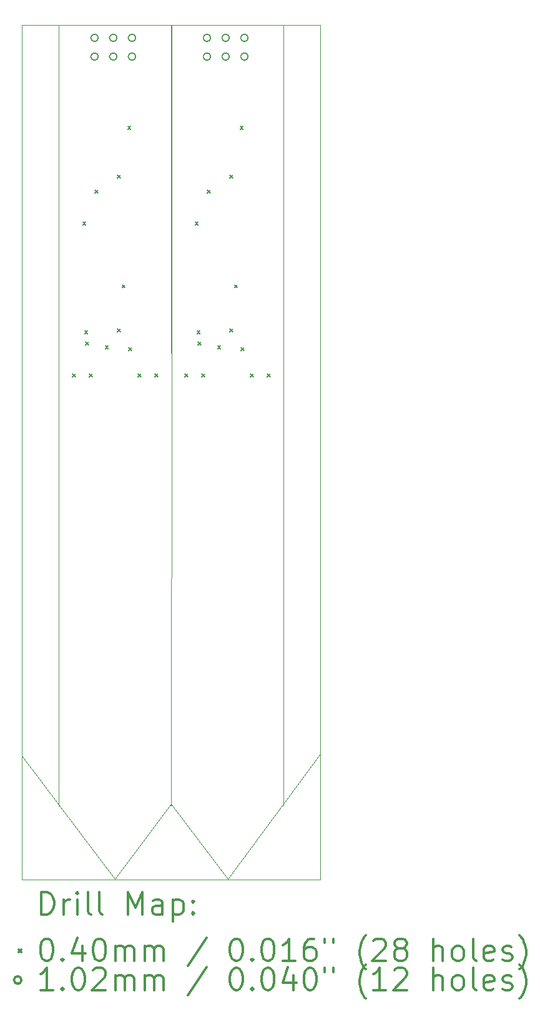
<source format=gbr>
%FSLAX45Y45*%
G04 Gerber Fmt 4.5, Leading zero omitted, Abs format (unit mm)*
G04 Created by KiCad (PCBNEW (2015-02-15 BZR 5420)-product) date Tue 17 Feb 2015 11:56:43 AM EET*
%MOMM*%
G01*
G04 APERTURE LIST*
%ADD10C,0.127000*%
%ADD11C,0.100000*%
%ADD12C,0.200000*%
%ADD13C,0.300000*%
G04 APERTURE END LIST*
D10*
D11*
X8925000Y-2250000D02*
X9425000Y-2250000D01*
X5375000Y-2250000D02*
X8925000Y-2250000D01*
X9425000Y-13825000D02*
X8975000Y-13825000D01*
X9425000Y-2250000D02*
X9425000Y-13825000D01*
X5375000Y-13825000D02*
X8975000Y-13825000D01*
X5375000Y-2250000D02*
X5375000Y-13825000D01*
X6640200Y-13817229D02*
X7400000Y-12800000D01*
X5375000Y-12150000D02*
X6640200Y-13817229D01*
X7402200Y-2628529D02*
X7402200Y-2247529D01*
X7402200Y-2628529D02*
X7402200Y-2882529D01*
X5875000Y-12825000D02*
X5875000Y-2250000D01*
X7402200Y-2882529D02*
X7402200Y-6692529D01*
X8165200Y-13817229D02*
X9425000Y-12125000D01*
X7400000Y-12800000D02*
X8165200Y-13817229D01*
X7403200Y-2628529D02*
X7403200Y-2247529D01*
X7403200Y-2882529D02*
X7403200Y-2628529D01*
X7400000Y-12825000D02*
X7403200Y-6692529D01*
X7403200Y-6692529D02*
X7403200Y-2882529D01*
X8925000Y-12825000D02*
X8925000Y-2250000D01*
D12*
X6061400Y-6977329D02*
X6101400Y-7017329D01*
X6101400Y-6977329D02*
X6061400Y-7017329D01*
X6201100Y-4919929D02*
X6241100Y-4959929D01*
X6241100Y-4919929D02*
X6201100Y-4959929D01*
X6226500Y-6393129D02*
X6266500Y-6433129D01*
X6266500Y-6393129D02*
X6226500Y-6433129D01*
X6239200Y-6545529D02*
X6279200Y-6585529D01*
X6279200Y-6545529D02*
X6239200Y-6585529D01*
X6290000Y-6977329D02*
X6330000Y-7017329D01*
X6330000Y-6977329D02*
X6290000Y-7017329D01*
X6366200Y-4488129D02*
X6406200Y-4528129D01*
X6406200Y-4488129D02*
X6366200Y-4528129D01*
X6505900Y-6596329D02*
X6545900Y-6636329D01*
X6545900Y-6596329D02*
X6505900Y-6636329D01*
X6671000Y-4284929D02*
X6711000Y-4324929D01*
X6711000Y-4284929D02*
X6671000Y-4324929D01*
X6671000Y-6367729D02*
X6711000Y-6407729D01*
X6711000Y-6367729D02*
X6671000Y-6407729D01*
X6734500Y-5770829D02*
X6774500Y-5810829D01*
X6774500Y-5770829D02*
X6734500Y-5810829D01*
X6810700Y-3624529D02*
X6850700Y-3664529D01*
X6850700Y-3624529D02*
X6810700Y-3664529D01*
X6823400Y-6621729D02*
X6863400Y-6661729D01*
X6863400Y-6621729D02*
X6823400Y-6661729D01*
X6950400Y-6977329D02*
X6990400Y-7017329D01*
X6990400Y-6977329D02*
X6950400Y-7017329D01*
X7179000Y-6977329D02*
X7219000Y-7017329D01*
X7219000Y-6977329D02*
X7179000Y-7017329D01*
X7586400Y-6977329D02*
X7626400Y-7017329D01*
X7626400Y-6977329D02*
X7586400Y-7017329D01*
X7726100Y-4919929D02*
X7766100Y-4959929D01*
X7766100Y-4919929D02*
X7726100Y-4959929D01*
X7751500Y-6393129D02*
X7791500Y-6433129D01*
X7791500Y-6393129D02*
X7751500Y-6433129D01*
X7764200Y-6545529D02*
X7804200Y-6585529D01*
X7804200Y-6545529D02*
X7764200Y-6585529D01*
X7815000Y-6977329D02*
X7855000Y-7017329D01*
X7855000Y-6977329D02*
X7815000Y-7017329D01*
X7891200Y-4488129D02*
X7931200Y-4528129D01*
X7931200Y-4488129D02*
X7891200Y-4528129D01*
X8030900Y-6596329D02*
X8070900Y-6636329D01*
X8070900Y-6596329D02*
X8030900Y-6636329D01*
X8196000Y-4284929D02*
X8236000Y-4324929D01*
X8236000Y-4284929D02*
X8196000Y-4324929D01*
X8196000Y-6367729D02*
X8236000Y-6407729D01*
X8236000Y-6367729D02*
X8196000Y-6407729D01*
X8259500Y-5770829D02*
X8299500Y-5810829D01*
X8299500Y-5770829D02*
X8259500Y-5810829D01*
X8335700Y-3624529D02*
X8375700Y-3664529D01*
X8375700Y-3624529D02*
X8335700Y-3664529D01*
X8348400Y-6621729D02*
X8388400Y-6661729D01*
X8388400Y-6621729D02*
X8348400Y-6661729D01*
X8475400Y-6977329D02*
X8515400Y-7017329D01*
X8515400Y-6977329D02*
X8475400Y-7017329D01*
X8704000Y-6977329D02*
X8744000Y-7017329D01*
X8744000Y-6977329D02*
X8704000Y-7017329D01*
X6411600Y-2425329D02*
G75*
G03X6411600Y-2425329I-50800J0D01*
G01*
X6411600Y-2679329D02*
G75*
G03X6411600Y-2679329I-50800J0D01*
G01*
X6665600Y-2425329D02*
G75*
G03X6665600Y-2425329I-50800J0D01*
G01*
X6665600Y-2679329D02*
G75*
G03X6665600Y-2679329I-50800J0D01*
G01*
X6919600Y-2425329D02*
G75*
G03X6919600Y-2425329I-50800J0D01*
G01*
X6919600Y-2679329D02*
G75*
G03X6919600Y-2679329I-50800J0D01*
G01*
X7936600Y-2425329D02*
G75*
G03X7936600Y-2425329I-50800J0D01*
G01*
X7936600Y-2679329D02*
G75*
G03X7936600Y-2679329I-50800J0D01*
G01*
X8190600Y-2425329D02*
G75*
G03X8190600Y-2425329I-50800J0D01*
G01*
X8190600Y-2679329D02*
G75*
G03X8190600Y-2679329I-50800J0D01*
G01*
X8444600Y-2425329D02*
G75*
G03X8444600Y-2425329I-50800J0D01*
G01*
X8444600Y-2679329D02*
G75*
G03X8444600Y-2679329I-50800J0D01*
G01*
D13*
X5641428Y-14295714D02*
X5641428Y-13995714D01*
X5712857Y-13995714D01*
X5755714Y-14010000D01*
X5784286Y-14038571D01*
X5798571Y-14067143D01*
X5812857Y-14124286D01*
X5812857Y-14167143D01*
X5798571Y-14224286D01*
X5784286Y-14252857D01*
X5755714Y-14281429D01*
X5712857Y-14295714D01*
X5641428Y-14295714D01*
X5941428Y-14295714D02*
X5941428Y-14095714D01*
X5941428Y-14152857D02*
X5955714Y-14124286D01*
X5970000Y-14110000D01*
X5998571Y-14095714D01*
X6027143Y-14095714D01*
X6127143Y-14295714D02*
X6127143Y-14095714D01*
X6127143Y-13995714D02*
X6112857Y-14010000D01*
X6127143Y-14024286D01*
X6141428Y-14010000D01*
X6127143Y-13995714D01*
X6127143Y-14024286D01*
X6312857Y-14295714D02*
X6284286Y-14281429D01*
X6270000Y-14252857D01*
X6270000Y-13995714D01*
X6470000Y-14295714D02*
X6441428Y-14281429D01*
X6427143Y-14252857D01*
X6427143Y-13995714D01*
X6812857Y-14295714D02*
X6812857Y-13995714D01*
X6912857Y-14210000D01*
X7012857Y-13995714D01*
X7012857Y-14295714D01*
X7284286Y-14295714D02*
X7284286Y-14138571D01*
X7270000Y-14110000D01*
X7241428Y-14095714D01*
X7184286Y-14095714D01*
X7155714Y-14110000D01*
X7284286Y-14281429D02*
X7255714Y-14295714D01*
X7184286Y-14295714D01*
X7155714Y-14281429D01*
X7141428Y-14252857D01*
X7141428Y-14224286D01*
X7155714Y-14195714D01*
X7184286Y-14181429D01*
X7255714Y-14181429D01*
X7284286Y-14167143D01*
X7427143Y-14095714D02*
X7427143Y-14395714D01*
X7427143Y-14110000D02*
X7455714Y-14095714D01*
X7512857Y-14095714D01*
X7541428Y-14110000D01*
X7555714Y-14124286D01*
X7570000Y-14152857D01*
X7570000Y-14238571D01*
X7555714Y-14267143D01*
X7541428Y-14281429D01*
X7512857Y-14295714D01*
X7455714Y-14295714D01*
X7427143Y-14281429D01*
X7698571Y-14267143D02*
X7712857Y-14281429D01*
X7698571Y-14295714D01*
X7684286Y-14281429D01*
X7698571Y-14267143D01*
X7698571Y-14295714D01*
X7698571Y-14110000D02*
X7712857Y-14124286D01*
X7698571Y-14138571D01*
X7684286Y-14124286D01*
X7698571Y-14110000D01*
X7698571Y-14138571D01*
X5330000Y-14770000D02*
X5370000Y-14810000D01*
X5370000Y-14770000D02*
X5330000Y-14810000D01*
X5698571Y-14625714D02*
X5727143Y-14625714D01*
X5755714Y-14640000D01*
X5770000Y-14654286D01*
X5784286Y-14682857D01*
X5798571Y-14740000D01*
X5798571Y-14811429D01*
X5784286Y-14868571D01*
X5770000Y-14897143D01*
X5755714Y-14911429D01*
X5727143Y-14925714D01*
X5698571Y-14925714D01*
X5670000Y-14911429D01*
X5655714Y-14897143D01*
X5641428Y-14868571D01*
X5627143Y-14811429D01*
X5627143Y-14740000D01*
X5641428Y-14682857D01*
X5655714Y-14654286D01*
X5670000Y-14640000D01*
X5698571Y-14625714D01*
X5927143Y-14897143D02*
X5941428Y-14911429D01*
X5927143Y-14925714D01*
X5912857Y-14911429D01*
X5927143Y-14897143D01*
X5927143Y-14925714D01*
X6198571Y-14725714D02*
X6198571Y-14925714D01*
X6127143Y-14611429D02*
X6055714Y-14825714D01*
X6241428Y-14825714D01*
X6412857Y-14625714D02*
X6441428Y-14625714D01*
X6470000Y-14640000D01*
X6484286Y-14654286D01*
X6498571Y-14682857D01*
X6512857Y-14740000D01*
X6512857Y-14811429D01*
X6498571Y-14868571D01*
X6484286Y-14897143D01*
X6470000Y-14911429D01*
X6441428Y-14925714D01*
X6412857Y-14925714D01*
X6384286Y-14911429D01*
X6370000Y-14897143D01*
X6355714Y-14868571D01*
X6341428Y-14811429D01*
X6341428Y-14740000D01*
X6355714Y-14682857D01*
X6370000Y-14654286D01*
X6384286Y-14640000D01*
X6412857Y-14625714D01*
X6641428Y-14925714D02*
X6641428Y-14725714D01*
X6641428Y-14754286D02*
X6655714Y-14740000D01*
X6684286Y-14725714D01*
X6727143Y-14725714D01*
X6755714Y-14740000D01*
X6770000Y-14768571D01*
X6770000Y-14925714D01*
X6770000Y-14768571D02*
X6784286Y-14740000D01*
X6812857Y-14725714D01*
X6855714Y-14725714D01*
X6884286Y-14740000D01*
X6898571Y-14768571D01*
X6898571Y-14925714D01*
X7041428Y-14925714D02*
X7041428Y-14725714D01*
X7041428Y-14754286D02*
X7055714Y-14740000D01*
X7084286Y-14725714D01*
X7127143Y-14725714D01*
X7155714Y-14740000D01*
X7170000Y-14768571D01*
X7170000Y-14925714D01*
X7170000Y-14768571D02*
X7184286Y-14740000D01*
X7212857Y-14725714D01*
X7255714Y-14725714D01*
X7284286Y-14740000D01*
X7298571Y-14768571D01*
X7298571Y-14925714D01*
X7884286Y-14611429D02*
X7627143Y-14997143D01*
X8270000Y-14625714D02*
X8298571Y-14625714D01*
X8327143Y-14640000D01*
X8341428Y-14654286D01*
X8355714Y-14682857D01*
X8370000Y-14740000D01*
X8370000Y-14811429D01*
X8355714Y-14868571D01*
X8341428Y-14897143D01*
X8327143Y-14911429D01*
X8298571Y-14925714D01*
X8270000Y-14925714D01*
X8241428Y-14911429D01*
X8227143Y-14897143D01*
X8212857Y-14868571D01*
X8198571Y-14811429D01*
X8198571Y-14740000D01*
X8212857Y-14682857D01*
X8227143Y-14654286D01*
X8241428Y-14640000D01*
X8270000Y-14625714D01*
X8498571Y-14897143D02*
X8512857Y-14911429D01*
X8498571Y-14925714D01*
X8484286Y-14911429D01*
X8498571Y-14897143D01*
X8498571Y-14925714D01*
X8698571Y-14625714D02*
X8727143Y-14625714D01*
X8755714Y-14640000D01*
X8770000Y-14654286D01*
X8784286Y-14682857D01*
X8798571Y-14740000D01*
X8798571Y-14811429D01*
X8784286Y-14868571D01*
X8770000Y-14897143D01*
X8755714Y-14911429D01*
X8727143Y-14925714D01*
X8698571Y-14925714D01*
X8670000Y-14911429D01*
X8655714Y-14897143D01*
X8641428Y-14868571D01*
X8627143Y-14811429D01*
X8627143Y-14740000D01*
X8641428Y-14682857D01*
X8655714Y-14654286D01*
X8670000Y-14640000D01*
X8698571Y-14625714D01*
X9084286Y-14925714D02*
X8912857Y-14925714D01*
X8998571Y-14925714D02*
X8998571Y-14625714D01*
X8970000Y-14668571D01*
X8941428Y-14697143D01*
X8912857Y-14711429D01*
X9341428Y-14625714D02*
X9284286Y-14625714D01*
X9255714Y-14640000D01*
X9241428Y-14654286D01*
X9212857Y-14697143D01*
X9198571Y-14754286D01*
X9198571Y-14868571D01*
X9212857Y-14897143D01*
X9227143Y-14911429D01*
X9255714Y-14925714D01*
X9312857Y-14925714D01*
X9341428Y-14911429D01*
X9355714Y-14897143D01*
X9370000Y-14868571D01*
X9370000Y-14797143D01*
X9355714Y-14768571D01*
X9341428Y-14754286D01*
X9312857Y-14740000D01*
X9255714Y-14740000D01*
X9227143Y-14754286D01*
X9212857Y-14768571D01*
X9198571Y-14797143D01*
X9484286Y-14625714D02*
X9484286Y-14682857D01*
X9598571Y-14625714D02*
X9598571Y-14682857D01*
X10041428Y-15040000D02*
X10027143Y-15025714D01*
X9998571Y-14982857D01*
X9984286Y-14954286D01*
X9970000Y-14911429D01*
X9955714Y-14840000D01*
X9955714Y-14782857D01*
X9970000Y-14711429D01*
X9984286Y-14668571D01*
X9998571Y-14640000D01*
X10027143Y-14597143D01*
X10041428Y-14582857D01*
X10141428Y-14654286D02*
X10155714Y-14640000D01*
X10184286Y-14625714D01*
X10255714Y-14625714D01*
X10284286Y-14640000D01*
X10298571Y-14654286D01*
X10312857Y-14682857D01*
X10312857Y-14711429D01*
X10298571Y-14754286D01*
X10127143Y-14925714D01*
X10312857Y-14925714D01*
X10484286Y-14754286D02*
X10455714Y-14740000D01*
X10441428Y-14725714D01*
X10427143Y-14697143D01*
X10427143Y-14682857D01*
X10441428Y-14654286D01*
X10455714Y-14640000D01*
X10484286Y-14625714D01*
X10541428Y-14625714D01*
X10570000Y-14640000D01*
X10584286Y-14654286D01*
X10598571Y-14682857D01*
X10598571Y-14697143D01*
X10584286Y-14725714D01*
X10570000Y-14740000D01*
X10541428Y-14754286D01*
X10484286Y-14754286D01*
X10455714Y-14768571D01*
X10441428Y-14782857D01*
X10427143Y-14811429D01*
X10427143Y-14868571D01*
X10441428Y-14897143D01*
X10455714Y-14911429D01*
X10484286Y-14925714D01*
X10541428Y-14925714D01*
X10570000Y-14911429D01*
X10584286Y-14897143D01*
X10598571Y-14868571D01*
X10598571Y-14811429D01*
X10584286Y-14782857D01*
X10570000Y-14768571D01*
X10541428Y-14754286D01*
X10955714Y-14925714D02*
X10955714Y-14625714D01*
X11084286Y-14925714D02*
X11084286Y-14768571D01*
X11070000Y-14740000D01*
X11041428Y-14725714D01*
X10998571Y-14725714D01*
X10970000Y-14740000D01*
X10955714Y-14754286D01*
X11270000Y-14925714D02*
X11241428Y-14911429D01*
X11227143Y-14897143D01*
X11212857Y-14868571D01*
X11212857Y-14782857D01*
X11227143Y-14754286D01*
X11241428Y-14740000D01*
X11270000Y-14725714D01*
X11312857Y-14725714D01*
X11341428Y-14740000D01*
X11355714Y-14754286D01*
X11370000Y-14782857D01*
X11370000Y-14868571D01*
X11355714Y-14897143D01*
X11341428Y-14911429D01*
X11312857Y-14925714D01*
X11270000Y-14925714D01*
X11541428Y-14925714D02*
X11512857Y-14911429D01*
X11498571Y-14882857D01*
X11498571Y-14625714D01*
X11770000Y-14911429D02*
X11741428Y-14925714D01*
X11684286Y-14925714D01*
X11655714Y-14911429D01*
X11641428Y-14882857D01*
X11641428Y-14768571D01*
X11655714Y-14740000D01*
X11684286Y-14725714D01*
X11741428Y-14725714D01*
X11770000Y-14740000D01*
X11784286Y-14768571D01*
X11784286Y-14797143D01*
X11641428Y-14825714D01*
X11898571Y-14911429D02*
X11927143Y-14925714D01*
X11984286Y-14925714D01*
X12012857Y-14911429D01*
X12027143Y-14882857D01*
X12027143Y-14868571D01*
X12012857Y-14840000D01*
X11984286Y-14825714D01*
X11941428Y-14825714D01*
X11912857Y-14811429D01*
X11898571Y-14782857D01*
X11898571Y-14768571D01*
X11912857Y-14740000D01*
X11941428Y-14725714D01*
X11984286Y-14725714D01*
X12012857Y-14740000D01*
X12127143Y-15040000D02*
X12141428Y-15025714D01*
X12170000Y-14982857D01*
X12184286Y-14954286D01*
X12198571Y-14911429D01*
X12212857Y-14840000D01*
X12212857Y-14782857D01*
X12198571Y-14711429D01*
X12184286Y-14668571D01*
X12170000Y-14640000D01*
X12141428Y-14597143D01*
X12127143Y-14582857D01*
X5370000Y-15186000D02*
G75*
G03X5370000Y-15186000I-50800J0D01*
G01*
X5798571Y-15321714D02*
X5627143Y-15321714D01*
X5712857Y-15321714D02*
X5712857Y-15021714D01*
X5684286Y-15064571D01*
X5655714Y-15093143D01*
X5627143Y-15107429D01*
X5927143Y-15293143D02*
X5941428Y-15307429D01*
X5927143Y-15321714D01*
X5912857Y-15307429D01*
X5927143Y-15293143D01*
X5927143Y-15321714D01*
X6127143Y-15021714D02*
X6155714Y-15021714D01*
X6184286Y-15036000D01*
X6198571Y-15050286D01*
X6212857Y-15078857D01*
X6227143Y-15136000D01*
X6227143Y-15207429D01*
X6212857Y-15264571D01*
X6198571Y-15293143D01*
X6184286Y-15307429D01*
X6155714Y-15321714D01*
X6127143Y-15321714D01*
X6098571Y-15307429D01*
X6084286Y-15293143D01*
X6070000Y-15264571D01*
X6055714Y-15207429D01*
X6055714Y-15136000D01*
X6070000Y-15078857D01*
X6084286Y-15050286D01*
X6098571Y-15036000D01*
X6127143Y-15021714D01*
X6341428Y-15050286D02*
X6355714Y-15036000D01*
X6384286Y-15021714D01*
X6455714Y-15021714D01*
X6484286Y-15036000D01*
X6498571Y-15050286D01*
X6512857Y-15078857D01*
X6512857Y-15107429D01*
X6498571Y-15150286D01*
X6327143Y-15321714D01*
X6512857Y-15321714D01*
X6641428Y-15321714D02*
X6641428Y-15121714D01*
X6641428Y-15150286D02*
X6655714Y-15136000D01*
X6684286Y-15121714D01*
X6727143Y-15121714D01*
X6755714Y-15136000D01*
X6770000Y-15164571D01*
X6770000Y-15321714D01*
X6770000Y-15164571D02*
X6784286Y-15136000D01*
X6812857Y-15121714D01*
X6855714Y-15121714D01*
X6884286Y-15136000D01*
X6898571Y-15164571D01*
X6898571Y-15321714D01*
X7041428Y-15321714D02*
X7041428Y-15121714D01*
X7041428Y-15150286D02*
X7055714Y-15136000D01*
X7084286Y-15121714D01*
X7127143Y-15121714D01*
X7155714Y-15136000D01*
X7170000Y-15164571D01*
X7170000Y-15321714D01*
X7170000Y-15164571D02*
X7184286Y-15136000D01*
X7212857Y-15121714D01*
X7255714Y-15121714D01*
X7284286Y-15136000D01*
X7298571Y-15164571D01*
X7298571Y-15321714D01*
X7884286Y-15007429D02*
X7627143Y-15393143D01*
X8270000Y-15021714D02*
X8298571Y-15021714D01*
X8327143Y-15036000D01*
X8341428Y-15050286D01*
X8355714Y-15078857D01*
X8370000Y-15136000D01*
X8370000Y-15207429D01*
X8355714Y-15264571D01*
X8341428Y-15293143D01*
X8327143Y-15307429D01*
X8298571Y-15321714D01*
X8270000Y-15321714D01*
X8241428Y-15307429D01*
X8227143Y-15293143D01*
X8212857Y-15264571D01*
X8198571Y-15207429D01*
X8198571Y-15136000D01*
X8212857Y-15078857D01*
X8227143Y-15050286D01*
X8241428Y-15036000D01*
X8270000Y-15021714D01*
X8498571Y-15293143D02*
X8512857Y-15307429D01*
X8498571Y-15321714D01*
X8484286Y-15307429D01*
X8498571Y-15293143D01*
X8498571Y-15321714D01*
X8698571Y-15021714D02*
X8727143Y-15021714D01*
X8755714Y-15036000D01*
X8770000Y-15050286D01*
X8784286Y-15078857D01*
X8798571Y-15136000D01*
X8798571Y-15207429D01*
X8784286Y-15264571D01*
X8770000Y-15293143D01*
X8755714Y-15307429D01*
X8727143Y-15321714D01*
X8698571Y-15321714D01*
X8670000Y-15307429D01*
X8655714Y-15293143D01*
X8641428Y-15264571D01*
X8627143Y-15207429D01*
X8627143Y-15136000D01*
X8641428Y-15078857D01*
X8655714Y-15050286D01*
X8670000Y-15036000D01*
X8698571Y-15021714D01*
X9055714Y-15121714D02*
X9055714Y-15321714D01*
X8984286Y-15007429D02*
X8912857Y-15221714D01*
X9098571Y-15221714D01*
X9270000Y-15021714D02*
X9298571Y-15021714D01*
X9327143Y-15036000D01*
X9341428Y-15050286D01*
X9355714Y-15078857D01*
X9370000Y-15136000D01*
X9370000Y-15207429D01*
X9355714Y-15264571D01*
X9341428Y-15293143D01*
X9327143Y-15307429D01*
X9298571Y-15321714D01*
X9270000Y-15321714D01*
X9241428Y-15307429D01*
X9227143Y-15293143D01*
X9212857Y-15264571D01*
X9198571Y-15207429D01*
X9198571Y-15136000D01*
X9212857Y-15078857D01*
X9227143Y-15050286D01*
X9241428Y-15036000D01*
X9270000Y-15021714D01*
X9484286Y-15021714D02*
X9484286Y-15078857D01*
X9598571Y-15021714D02*
X9598571Y-15078857D01*
X10041428Y-15436000D02*
X10027143Y-15421714D01*
X9998571Y-15378857D01*
X9984286Y-15350286D01*
X9970000Y-15307429D01*
X9955714Y-15236000D01*
X9955714Y-15178857D01*
X9970000Y-15107429D01*
X9984286Y-15064571D01*
X9998571Y-15036000D01*
X10027143Y-14993143D01*
X10041428Y-14978857D01*
X10312857Y-15321714D02*
X10141428Y-15321714D01*
X10227143Y-15321714D02*
X10227143Y-15021714D01*
X10198571Y-15064571D01*
X10170000Y-15093143D01*
X10141428Y-15107429D01*
X10427143Y-15050286D02*
X10441428Y-15036000D01*
X10470000Y-15021714D01*
X10541428Y-15021714D01*
X10570000Y-15036000D01*
X10584286Y-15050286D01*
X10598571Y-15078857D01*
X10598571Y-15107429D01*
X10584286Y-15150286D01*
X10412857Y-15321714D01*
X10598571Y-15321714D01*
X10955714Y-15321714D02*
X10955714Y-15021714D01*
X11084286Y-15321714D02*
X11084286Y-15164571D01*
X11070000Y-15136000D01*
X11041428Y-15121714D01*
X10998571Y-15121714D01*
X10970000Y-15136000D01*
X10955714Y-15150286D01*
X11270000Y-15321714D02*
X11241428Y-15307429D01*
X11227143Y-15293143D01*
X11212857Y-15264571D01*
X11212857Y-15178857D01*
X11227143Y-15150286D01*
X11241428Y-15136000D01*
X11270000Y-15121714D01*
X11312857Y-15121714D01*
X11341428Y-15136000D01*
X11355714Y-15150286D01*
X11370000Y-15178857D01*
X11370000Y-15264571D01*
X11355714Y-15293143D01*
X11341428Y-15307429D01*
X11312857Y-15321714D01*
X11270000Y-15321714D01*
X11541428Y-15321714D02*
X11512857Y-15307429D01*
X11498571Y-15278857D01*
X11498571Y-15021714D01*
X11770000Y-15307429D02*
X11741428Y-15321714D01*
X11684286Y-15321714D01*
X11655714Y-15307429D01*
X11641428Y-15278857D01*
X11641428Y-15164571D01*
X11655714Y-15136000D01*
X11684286Y-15121714D01*
X11741428Y-15121714D01*
X11770000Y-15136000D01*
X11784286Y-15164571D01*
X11784286Y-15193143D01*
X11641428Y-15221714D01*
X11898571Y-15307429D02*
X11927143Y-15321714D01*
X11984286Y-15321714D01*
X12012857Y-15307429D01*
X12027143Y-15278857D01*
X12027143Y-15264571D01*
X12012857Y-15236000D01*
X11984286Y-15221714D01*
X11941428Y-15221714D01*
X11912857Y-15207429D01*
X11898571Y-15178857D01*
X11898571Y-15164571D01*
X11912857Y-15136000D01*
X11941428Y-15121714D01*
X11984286Y-15121714D01*
X12012857Y-15136000D01*
X12127143Y-15436000D02*
X12141428Y-15421714D01*
X12170000Y-15378857D01*
X12184286Y-15350286D01*
X12198571Y-15307429D01*
X12212857Y-15236000D01*
X12212857Y-15178857D01*
X12198571Y-15107429D01*
X12184286Y-15064571D01*
X12170000Y-15036000D01*
X12141428Y-14993143D01*
X12127143Y-14978857D01*
M02*

</source>
